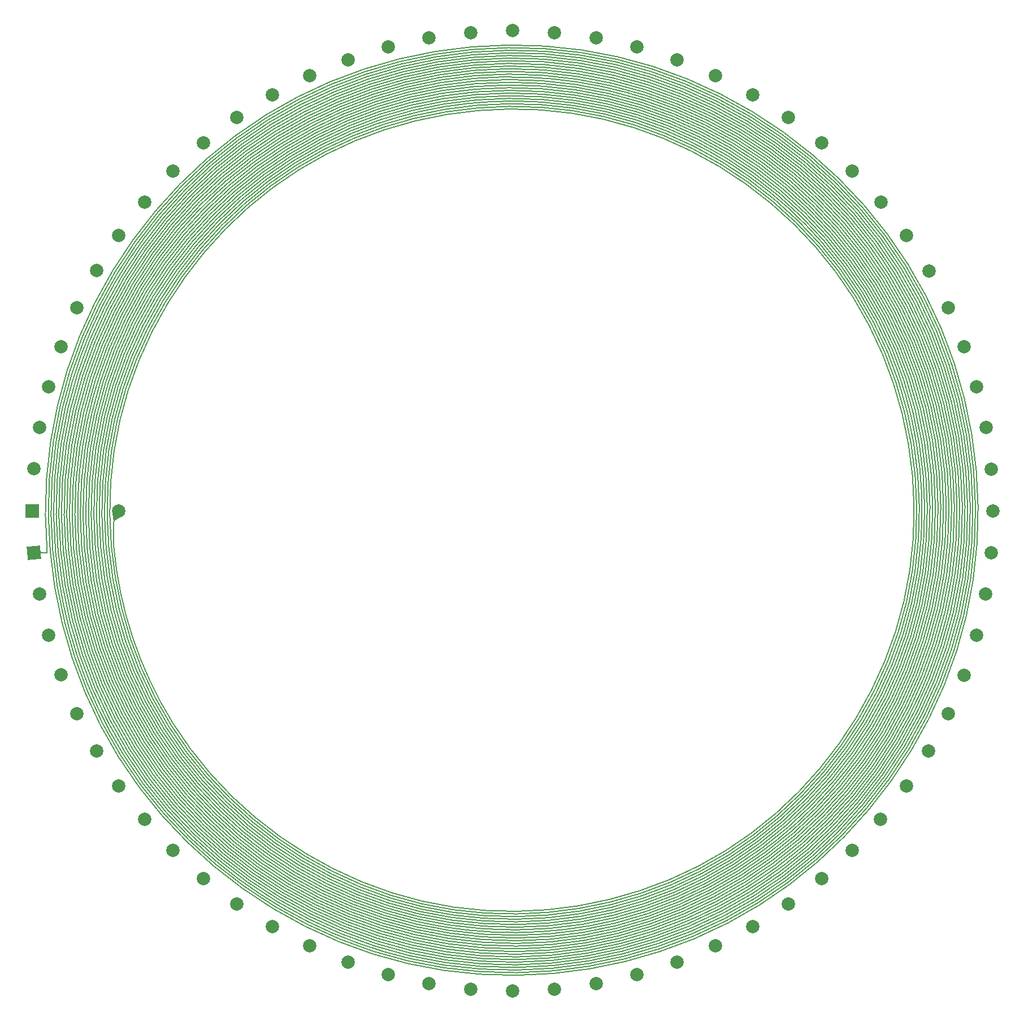
<source format=gbl>
G04*
G04 #@! TF.GenerationSoftware,Altium Limited,Altium Designer,19.1.6 (110)*
G04*
G04 Layer_Physical_Order=2*
G04 Layer_Color=16711680*
%FSLAX25Y25*%
%MOIN*%
G70*
G01*
G75*
%ADD14C,0.00787*%
%ADD15C,0.00800*%
%ADD16C,0.07874*%
%ADD17P,0.11136X4X50.0*%
%ADD18R,0.07874X0.07874*%
G36*
X-277613Y-25083D02*
X-277767Y-25087D01*
X-277904Y-25099D01*
X-278024Y-25119D01*
X-278127Y-25148D01*
X-278213Y-25184D01*
X-278282Y-25228D01*
X-278335Y-25280D01*
X-278370Y-25340D01*
X-278388Y-25408D01*
X-278390Y-25484D01*
X-278530Y-23884D01*
X-278515Y-23960D01*
X-278485Y-24028D01*
X-278439Y-24088D01*
X-278378Y-24140D01*
X-278301Y-24184D01*
X-278208Y-24219D01*
X-278100Y-24247D01*
X-277977Y-24267D01*
X-277837Y-24279D01*
X-277683Y-24283D01*
X-277613Y-25083D01*
D02*
G37*
G36*
X-235540Y-5244D02*
X-235535Y-5139D01*
X-235545Y-4954D01*
X-235611Y-4348D01*
X-236170Y-628D01*
X-230600Y-3559D01*
X-234810Y-5723D01*
X-235540Y-5244D01*
D02*
G37*
D14*
X-268448Y61976D02*
G03*
X-274542Y-24019I269275J-62295D01*
G01*
X-235322Y-20588D02*
G03*
X-200426Y-125240I236579J20742D01*
G01*
X-265028Y-23168D02*
G03*
X-258049Y-64325I268207J24310D01*
G01*
X-266563Y-23299D02*
G03*
X-259561Y-64708I271126J24547D01*
G01*
X-268098Y-23433D02*
G03*
X-261080Y-65093I273760J24694D01*
G01*
X-257284Y-22510D02*
G03*
X-250553Y-62452I250405J21658D01*
G01*
X-258851Y-22646D02*
G03*
X-252049Y-62822I254270J22385D01*
G01*
X-260407Y-22778D02*
G03*
X-253545Y-63194I258025J23017D01*
G01*
X-249318Y-21834D02*
G03*
X-242990Y-60585I245443J20186D01*
G01*
X-250919Y-21971D02*
G03*
X-244522Y-60966I244704J20119D01*
G01*
X-252518Y-22106D02*
G03*
X-246041Y-61342I244123J20145D01*
G01*
X237841Y-16651D02*
G03*
X237454Y20767I-241964J16209D01*
G01*
X239381Y-16759D02*
G03*
X239015Y20910I-244495J16456D01*
G01*
X247151Y-17281D02*
G03*
X246921Y21624I-252699J17961D01*
G01*
X255085Y-17815D02*
G03*
X254910Y22308I-253411J18957D01*
G01*
X256686Y-17928D02*
G03*
X256495Y22442I-252808J18988D01*
G01*
X263083Y-18392D02*
G03*
X262723Y22973I-253678J18478D01*
G01*
X264667Y-18507D02*
G03*
X264261Y23103I-257209J18297D01*
G01*
X270885Y-18957D02*
G03*
X270406Y23638I-272336J18239D01*
G01*
X272422Y-19069D02*
G03*
X271952Y23778I-275607J18402D01*
G01*
X-273189Y19124D02*
G03*
X-272727Y-23848I277141J-18504D01*
G01*
X-265454Y18562D02*
G03*
X-265028Y-23168I259209J-18222D01*
G01*
X-267019Y18674D02*
G03*
X-266563Y-23299I263173J-18131D01*
G01*
X-257488Y17985D02*
G03*
X-257284Y-22510I252437J-18976D01*
G01*
X-259091Y18100D02*
G03*
X-258851Y-22646I251610J-18895D01*
G01*
X-260691Y18217D02*
G03*
X-260407Y-22778I251266J-18753D01*
G01*
X-237071Y16596D02*
G03*
X-236676Y-20696I240600J-16100D01*
G01*
X239015Y20910D02*
G03*
X232892Y58088I-244651J-21195D01*
G01*
X246921Y21624D02*
G03*
X240673Y60014I-246201J-20368D01*
G01*
X248518Y21764D02*
G03*
X242220Y60395I-245746J-20237D01*
G01*
X253317Y22173D02*
G03*
X246797Y61528I-244172J-20231D01*
G01*
X256495Y22442D02*
G03*
X249804Y62268I-248542J-21282D01*
G01*
X262723Y22973D02*
G03*
X255792Y63756I-263353J-23775D01*
G01*
X264261Y23103D02*
G03*
X257296Y64134I-266648J-24156D01*
G01*
X268866Y23501D02*
G03*
X261842Y65287I-274963J-24736D01*
G01*
X-241698Y16918D02*
G03*
X-235224Y-58670I247370J-16887D01*
G01*
X-243248Y17023D02*
G03*
X-236782Y-59056I248459J-17199D01*
G01*
X-244804Y17127D02*
G03*
X-238340Y-59440I249244J-17516D01*
G01*
X245584Y-17178D02*
G03*
X239119Y59632I-249525J17674D01*
G01*
X261490Y-18276D02*
G03*
X254293Y63380I-255369J18638D01*
G01*
X-255704Y-22375D02*
G03*
X-249055Y-62083I246878J20928D01*
G01*
X-263492Y-23038D02*
G03*
X-256543Y-63945I265029J23978D01*
G01*
X-261080Y-65093D02*
G03*
X-247774Y-105199I267227J66403D01*
G01*
X-271178Y-23708D02*
G03*
X-250732Y-106454I277214J24600D01*
G01*
X-272727Y-23848D02*
G03*
X-252214Y-107079I278094J24394D01*
G01*
X-257580Y59444D02*
G03*
X-263876Y18450I253798J-59959D01*
G01*
X-259147Y59808D02*
G03*
X-265454Y18562I252987J-59794D01*
G01*
X-260712Y60174D02*
G03*
X-267019Y18674I252186J-59553D01*
G01*
X-263831Y60905D02*
G03*
X-270115Y18900I254083J-59488D01*
G01*
X-265379Y61266D02*
G03*
X-271654Y19013I257509J-59836D01*
G01*
X-266915Y61623D02*
G03*
X-273189Y19124I261535J-60325D01*
G01*
X-229792Y-143595D02*
G03*
X-204511Y-177762I222006J137832D01*
G01*
X-231141Y-144434D02*
G03*
X-205678Y-178770I224784J140084D01*
G01*
X-232478Y-145268D02*
G03*
X-206842Y-179777I227991J142585D01*
G01*
X-236676Y-20696D02*
G03*
X-218888Y-92930I241280J21110D01*
G01*
X-238233Y-20838D02*
G03*
X-220365Y-93552I241945J20903D01*
G01*
X-239797Y-20981D02*
G03*
X-233669Y-58282I245127J21124D01*
G01*
Y-58282D02*
G03*
X-221838Y-94172I232913J56880D01*
G01*
X-235224Y-58670D02*
G03*
X-223305Y-94790I232512J56697D01*
G01*
X-236782Y-59056D02*
G03*
X-224763Y-95406I231918J56524D01*
G01*
X-238340Y-59440D02*
G03*
X-226208Y-96018I231265J56405D01*
G01*
X-246124Y-21554D02*
G03*
X-239896Y-59823I246344J20444D01*
G01*
X-247719Y-21695D02*
G03*
X-241447Y-60205I246000J20298D01*
G01*
Y-60205D02*
G03*
X-229074Y-97225I232806J57232D01*
G01*
X-242990Y-60585D02*
G03*
X-230499Y-97824I235798J58382D01*
G01*
X-244522Y-60966D02*
G03*
X-231920Y-98424I239410J59694D01*
G01*
X-231623Y53475D02*
G03*
X-237071Y16596I227122J-52393D01*
G01*
X-233146Y53829D02*
G03*
X-238611Y16705I230730J-52926D01*
G01*
X-236168Y54537D02*
G03*
X-241698Y16918I237443J-54116D01*
G01*
X-237672Y54888D02*
G03*
X-243248Y17023I240486J-54753D01*
G01*
X-227667Y91985D02*
G03*
X-239175Y55238I224031J-90333D01*
G01*
Y55238D02*
G03*
X-244804Y17127I243283J-55403D01*
G01*
X-229112Y92573D02*
G03*
X-240679Y55586I227516J-91448D01*
G01*
Y55586D02*
G03*
X-246367Y17230I245811J-56053D01*
G01*
X-242185Y55933D02*
G03*
X-247937Y17333I248050J-56691D01*
G01*
X-231981Y93742D02*
G03*
X-243695Y56279I233921J-93708D01*
G01*
X-233410Y94324D02*
G03*
X-245212Y56624I236781J-94820D01*
G01*
X-234839Y94903D02*
G03*
X-246734Y56970I239381J-95900D01*
G01*
X-236269Y95482D02*
G03*
X-248264Y57316I241700J-96931D01*
G01*
X-201761Y-126074D02*
G03*
X-179515Y-156026I198017J123831D01*
G01*
X-203088Y-126899D02*
G03*
X-180681Y-157037I200936J125989D01*
G01*
X-205724Y-128535D02*
G03*
X-183015Y-159070I206497J129854D01*
G01*
X-207035Y-129350D02*
G03*
X-184186Y-160093I209080J131533D01*
G01*
X-199785Y-173672D02*
G03*
X-170152Y-202755I193845J167878D01*
G01*
X-200978Y-174708D02*
G03*
X-171145Y-203933I196518J170770D01*
G01*
X-202163Y-175734D02*
G03*
X-172137Y-205111I199251J173618D01*
G01*
X-206269Y123914D02*
G03*
X-223268Y90198I204956J-124483D01*
G01*
X-207643Y124740D02*
G03*
X-224743Y90799I204561J-124347D01*
G01*
X-209017Y125568D02*
G03*
X-226211Y91395I204033J-124067D01*
G01*
X183643Y-154098D02*
G03*
X205582Y-123503I-187901J157903D01*
G01*
X184853Y-155104D02*
G03*
X206955Y-124327I-188444J158653D01*
G01*
X211077Y-126813D02*
G03*
X228391Y-92279I-203335J123551D01*
G01*
X213811Y-128467D02*
G03*
X231266Y-93451I-206067J124576D01*
G01*
X215169Y-129286D02*
G03*
X232696Y-94033I-209305J126046D01*
G01*
X216516Y-130097D02*
G03*
X234124Y-94614I-212795J127704D01*
G01*
X217853Y-130904D02*
G03*
X235554Y-95193I-216144J129376D01*
G01*
X220503Y-132509D02*
G03*
X238422Y-96348I-222271J132666D01*
G01*
X218149Y92618D02*
G03*
X201094Y125658I-213582J-89324D01*
G01*
X219626Y93241D02*
G03*
X202425Y126487I-213050J-89156D01*
G01*
X209000Y130573D02*
G03*
X185948Y161636I-212631J-133704D01*
G01*
X210309Y131392D02*
G03*
X187130Y162672I-214747J-134910D01*
G01*
X215580Y134706D02*
G03*
X191912Y166855I-220815J-137782D01*
G01*
X216911Y135546D02*
G03*
X193120Y167907I-221676J-138038D01*
G01*
X236301Y-16541D02*
G03*
X235899Y20626I-239173J16002D01*
G01*
X236920Y-54713D02*
G03*
X242472Y-16971I-238994J54432D01*
G01*
X238424Y-55063D02*
G03*
X244025Y-17075I-241917J55077D01*
G01*
X239927Y-55412D02*
G03*
X245584Y-17178I-244582J55728D01*
G01*
X241431Y-55760D02*
G03*
X247151Y-17281I-246967J56374D01*
G01*
X242939Y-56106D02*
G03*
X248518Y21764I-248761J56957D01*
G01*
X244453Y-56451D02*
G03*
X250118Y21902I-249816J57445D01*
G01*
X245972Y-56797D02*
G03*
X251719Y22039I-250560J57891D01*
G01*
X247498Y-57143D02*
G03*
X253317Y22173I-251004J58284D01*
G01*
X249032Y-57490D02*
G03*
X255085Y-17815I-254275J59091D01*
G01*
X258289Y-18042D02*
G03*
X258069Y22578I-252023J18945D01*
G01*
X259892Y-18159D02*
G03*
X259630Y22712I-251316J18830D01*
G01*
X255234Y-58902D02*
G03*
X261490Y-18276I-254669J60011D01*
G01*
X236003Y58863D02*
G03*
X224035Y95098I-232237J-56608D01*
G01*
X237561Y59248D02*
G03*
X225487Y95713I-231566J-56448D01*
G01*
X239119Y59632D02*
G03*
X226927Y96321I-231131J-56431D01*
G01*
X242220Y60395D02*
G03*
X229787Y97525I-234170J-57766D01*
G01*
X243758Y60776D02*
G03*
X231210Y98124I-237583J-59039D01*
G01*
X245283Y61155D02*
G03*
X232630Y98724I-241219J-60323D01*
G01*
X246797Y61528D02*
G03*
X234050Y99326I-244754J-61494D01*
G01*
X249804Y62268D02*
G03*
X236897Y100538I-251370J-63469D01*
G01*
X251301Y62637D02*
G03*
X238326Y101150I-254383J-64263D01*
G01*
X252797Y63007D02*
G03*
X239760Y101765I-257159J-64928D01*
G01*
X254293Y63380D02*
G03*
X241201Y102384I-259672J-65462D01*
G01*
X241201D02*
G03*
X222298Y138934I-246842J-104502D01*
G01*
X248512Y105513D02*
G03*
X229114Y143175I-247788J-103797D01*
G01*
X249991Y106140D02*
G03*
X230468Y144015I-247189J-103449D01*
G01*
X251473Y106766D02*
G03*
X231811Y144852I-246380J-103081D01*
G01*
X252956Y107391D02*
G03*
X233142Y145681I-245526J-102777D01*
G01*
X266238Y-18618D02*
G03*
X265796Y23233I-261207J18166D01*
G01*
X267796Y-18730D02*
G03*
X267330Y23366I-265100J18115D01*
G01*
X273957Y-19179D02*
G03*
X273504Y23920I-278604J18620D01*
G01*
X-254285Y17759D02*
G03*
X-254114Y-22241I253633J-18916D01*
G01*
X-263876Y18450D02*
G03*
X-263492Y-23038I255324J-18384D01*
G01*
X-262274Y60540D02*
G03*
X-268098Y-23433I255777J-59927D01*
G01*
X-270115Y18900D02*
G03*
X-269636Y-23569I270607J-18182D01*
G01*
X-271654Y19013D02*
G03*
X-271178Y-23708I274004J-18313D01*
G01*
X-226208Y-96018D02*
G03*
X-208345Y-130165I222701J94755D01*
G01*
X-239896Y-59823D02*
G03*
X-209654Y-130982I234233J57541D01*
G01*
X-229074Y-97225D02*
G03*
X-210965Y-131803I229062J97936D01*
G01*
X-230499Y-97824D02*
G03*
X-212278Y-132627I232030J99309D01*
G01*
X-231920Y-98424D02*
G03*
X-213595Y-133455I234815J100525D01*
G01*
X-233340Y-99024D02*
G03*
X-214917Y-134288I237389J101579D01*
G01*
X-234761Y-99627D02*
G03*
X-216244Y-135126I239727J102469D01*
G01*
X-238611Y16705D02*
G03*
X-238233Y-20838I243264J-16328D01*
G01*
X-240152Y16813D02*
G03*
X-239797Y-20981I245656J-16592D01*
G01*
X-246367Y17230D02*
G03*
X-246124Y-21554I252228J-17812D01*
G01*
X-247937Y17333D02*
G03*
X-247719Y-21695I253092J-18105D01*
G01*
X-202460Y169903D02*
G03*
X-226453Y136089I204032J-170190D01*
G01*
X-203638Y170897D02*
G03*
X-227786Y136884I206544J-172215D01*
G01*
X-204816Y171889D02*
G03*
X-229125Y137682I208808J-174128D01*
G01*
X-205996Y172880D02*
G03*
X-230471Y138483I210808J-175905D01*
G01*
X178932Y155520D02*
G03*
X152346Y181540I-180708J-158046D01*
G01*
X180098Y156531D02*
G03*
X153346Y182740I-182810J-159847D01*
G01*
X181264Y157544D02*
G03*
X154349Y183945I-184754J-161434D01*
G01*
X219559Y-88688D02*
G03*
X230857Y-53297I-214262J87895D01*
G01*
X221045Y-89293D02*
G03*
X232386Y-53652I-213728J87633D01*
G01*
X239865Y-96926D02*
G03*
X258289Y-18042I-244903J98795D01*
G01*
X241313Y-97505D02*
G03*
X259892Y-18159I-245437J99315D01*
G01*
X242769Y-98086D02*
G03*
X255234Y-58902I-248344J100578D01*
G01*
X250147Y-101041D02*
G03*
X263053Y-60723I-248678J101830D01*
G01*
X251637Y-101643D02*
G03*
X264606Y-61086I-248032J101669D01*
G01*
X253127Y-102247D02*
G03*
X266149Y-61445I-247218J101374D01*
G01*
X254617Y-102854D02*
G03*
X267678Y-61800I-246365J100983D01*
G01*
X250118Y21902D02*
G03*
X243758Y60776I-245093J-20146D01*
G01*
X251719Y22039D02*
G03*
X245283Y61155I-244340J-20113D01*
G01*
X254910Y22308D02*
G03*
X235472Y99930I-250114J-21387D01*
G01*
X258069Y22578D02*
G03*
X251301Y62637I-252345J-22032D01*
G01*
X259630Y22712D02*
G03*
X252797Y63007I-256165J-22714D01*
G01*
X265796Y23233D02*
G03*
X258804Y64516I-269700J-24440D01*
G01*
X267330Y23366D02*
G03*
X260320Y64900I-272480J-24631D01*
G01*
X-262288Y18334D02*
G03*
X-255043Y-63568I257011J-18536D01*
G01*
X242472Y-16971D02*
G03*
X236003Y58863I-247953J17042D01*
G01*
X244025Y-17075D02*
G03*
X237561Y59248I-248889J17358D01*
G01*
X-19152Y-273573D02*
G03*
X23884Y-273115I18561J277882D01*
G01*
X-18590Y-265846D02*
G03*
X23201Y-265412I18192J260212D01*
G01*
D02*
G03*
X64420Y-258427I-24378J268962D01*
G01*
X-18702Y-267408D02*
G03*
X23333Y-266946I18120J264141D01*
G01*
X23333D02*
G03*
X64804Y-259940I-24592J271812D01*
G01*
X-18013Y-257889D02*
G03*
X22544Y-257677I18963J252235D01*
G01*
D02*
G03*
X62545Y-250927I-21847J251373D01*
G01*
X-18129Y-259491D02*
G03*
X22679Y-259241I18865J251440D01*
G01*
Y-259241D02*
G03*
X62915Y-252423I-22553J255221D01*
G01*
X21868Y-249718D02*
G03*
X60681Y-243374I-20165J245273D01*
G01*
X22005Y-251319D02*
G03*
X61061Y-244903I-20112J244512D01*
G01*
X-16839Y-240538D02*
G03*
X21017Y-240190I16663J246210D01*
G01*
D02*
G03*
X58379Y-234057I-21085J245337D01*
G01*
X-16945Y-242085D02*
G03*
X58766Y-235614I16964J247671D01*
G01*
X-17049Y-243636D02*
G03*
X59152Y-237172I17278J248684D01*
G01*
X-16513Y-235916D02*
G03*
X20591Y-235511I15957J238437D01*
G01*
X16678Y238226D02*
G03*
X-20803Y237843I-16267J-242622D01*
G01*
X16786Y239767D02*
G03*
X-20946Y239406I-16524J-245084D01*
G01*
D02*
G03*
X-58185Y233280I21160J-244898D01*
G01*
X17204Y245975D02*
G03*
X-59728Y239508I-17751J-249639D01*
G01*
X17307Y247543D02*
G03*
X-21660Y247320I-18034J-252905D01*
G01*
D02*
G03*
X-60110Y241060I20332J-246108D01*
G01*
X17732Y253886D02*
G03*
X-22207Y253716I-18890J-253723D01*
G01*
X-22341Y255307D02*
G03*
X-61991Y248679I20768J-246156D01*
G01*
X17956Y257087D02*
G03*
X-22476Y256890I-18985J-252628D01*
G01*
X-22476Y256890D02*
G03*
X-62360Y250179I21468J-249457D01*
G01*
X18305Y261889D02*
G03*
X-63474Y254668I-18587J-256176D01*
G01*
X18421Y263480D02*
G03*
X-23005Y263108I-18430J-254463D01*
G01*
Y263108D02*
G03*
X-63850Y256168I23880J-264198D01*
G01*
X18535Y265061D02*
G03*
X-23135Y264645I-18258J-258203D01*
G01*
Y264645D02*
G03*
X-64230Y257672I24236J-267435D01*
G01*
X-23535Y269251D02*
G03*
X-65384Y262224I24749J-275535D01*
G01*
X18985Y271270D02*
G03*
X-23673Y270792I-18274J-273178D01*
G01*
X19096Y272806D02*
G03*
X-23813Y272339I-18451J-276383D01*
G01*
X-102096Y-252755D02*
G03*
X-61356Y-265764I101460J247435D01*
G01*
X-102702Y-254245D02*
G03*
X-61711Y-267297I101078J246550D01*
G01*
X-90949Y-225111D02*
G03*
X-54625Y-236544I88500J217747D01*
G01*
X-91543Y-226576D02*
G03*
X-54976Y-238048I89516J221319D01*
G01*
X-92132Y-228029D02*
G03*
X-55325Y-239551I90610J224917D01*
G01*
X-93305Y-230908D02*
G03*
X-56019Y-242562I92861J231618D01*
G01*
X-93888Y-232338D02*
G03*
X-56365Y-244074I93988J234659D01*
G01*
X-94469Y-233767D02*
G03*
X-56710Y-245592I95094J237456D01*
G01*
X-95048Y-235196D02*
G03*
X-57056Y-247116I96163J239988D01*
G01*
X-133903Y-222813D02*
G03*
X-97360Y-240951I135378J226869D01*
G01*
X-134698Y-224133D02*
G03*
X-97941Y-242405I136815J229130D01*
G01*
X-135493Y-225457D02*
G03*
X-98524Y-243866I138145J231104D01*
G01*
X-138684Y-230808D02*
G03*
X-100891Y-249775I142089J235992D01*
G01*
X-162020Y-193115D02*
G03*
X-129895Y-216181I158739J187186D01*
G01*
X-163055Y-194342D02*
G03*
X-130703Y-217520I158353J186865D01*
G01*
X-165117Y-196783D02*
G03*
X-132309Y-220173I159987J189704D01*
G01*
X-166137Y-197995D02*
G03*
X-133107Y-221493I162023J192786D01*
G01*
X-162931Y187426D02*
G03*
X-190351Y159695I166121J-191676D01*
G01*
X-94636Y222939D02*
G03*
X-128331Y205395I90782J-215486D01*
G01*
X-95252Y224399D02*
G03*
X-129146Y206708I92508J-218539D01*
G01*
X-95866Y225848D02*
G03*
X-129961Y208018I94320J-221876D01*
G01*
X-96473Y227286D02*
G03*
X-130778Y209327I96012J-225141D01*
G01*
X-97675Y230143D02*
G03*
X-132421Y211949I98980J-231304D01*
G01*
X-139147Y222638D02*
G03*
X-172371Y198278I137514J-222395D01*
G01*
X-139997Y224000D02*
G03*
X-173413Y199485I137119J-221932D01*
G01*
X-140847Y225364D02*
G03*
X-174450Y200681I136667J-221265D01*
G01*
X-105042Y247405D02*
G03*
X-142542Y228094I104031J-248082D01*
G01*
X-105670Y248881D02*
G03*
X-143385Y229453I103713J-247659D01*
G01*
X-106297Y250361D02*
G03*
X-144225Y230805I103358J-247006D01*
G01*
X-106923Y251844D02*
G03*
X-145060Y232145I102988J-246149D01*
G01*
X-107547Y253326D02*
G03*
X-145887Y233473I102753J-245392D01*
G01*
X-17152Y-245194D02*
G03*
X59536Y-238730I17595J249394D01*
G01*
X-17256Y-246758D02*
G03*
X21589Y-246522I17887J252473D01*
G01*
D02*
G03*
X59919Y-240285I-20405J246280D01*
G01*
X22140Y-252918D02*
G03*
X61435Y-246420I-20180J244107D01*
G01*
X-17787Y-254685D02*
G03*
X22274Y-254512I18939J253529D01*
G01*
X-17899Y-256286D02*
G03*
X22408Y-256100I18987J252978D01*
G01*
X22408Y-256100D02*
G03*
X62176Y-249430I-21101J247678D01*
G01*
X-18247Y-261091D02*
G03*
X63287Y-253919I18687J254595D01*
G01*
X-18363Y-262686D02*
G03*
X22941Y-262338I18526J252983D01*
G01*
X22941Y-262338D02*
G03*
X63662Y-255417I-23665J262495D01*
G01*
X-18478Y-264272D02*
G03*
X23070Y-263877I18339J256244D01*
G01*
X23070D02*
G03*
X64039Y-256919I-24070J265846D01*
G01*
X23467Y-268482D02*
G03*
X65190Y-261461I-24717J274372D01*
G01*
X-18928Y-270500D02*
G03*
X23604Y-270021I18208J271479D01*
G01*
X-19041Y-272038D02*
G03*
X23743Y-271565I18355J274814D01*
G01*
X-53209Y-230472D02*
G03*
X-16513Y-235916I52029J224341D01*
G01*
X-53563Y-232005D02*
G03*
X-16623Y-237456I52522J228037D01*
G01*
X-16623Y-237456D02*
G03*
X20732Y-237064I16153J241290D01*
G01*
X-16732Y-238996D02*
G03*
X20874Y-238624I16391J243888D01*
G01*
X16568Y236686D02*
G03*
X-20661Y236287I-16049J-239894D01*
G01*
X-20661Y236287D02*
G03*
X-92774Y218518I21156J-241069D01*
G01*
X16997Y242860D02*
G03*
X-58959Y236393I-17120J-248216D01*
G01*
X17101Y244414D02*
G03*
X-59344Y237951I-17437J-249076D01*
G01*
X-21799Y248918D02*
G03*
X-60490Y242606I20210J-245601D01*
G01*
X-21937Y250518D02*
G03*
X-60871Y244140I20131J-244902D01*
G01*
X-22072Y252118D02*
G03*
X-61249Y245662I20124J-244206D01*
G01*
X18071Y258690D02*
G03*
X-22612Y258461I-18923J-251810D01*
G01*
X-22612Y258461D02*
G03*
X-62729Y251675I22212J-253311D01*
G01*
X18188Y260292D02*
G03*
X-22745Y260019I-18793J-251253D01*
G01*
D02*
G03*
X-63100Y253171I22868J-257100D01*
G01*
X18646Y266629D02*
G03*
X-23266Y266179I-18146J-262194D01*
G01*
D02*
G03*
X-64612Y259183I24497J-270422D01*
G01*
X18758Y268184D02*
G03*
X-23400Y267714I-18114J-266048D01*
G01*
Y267714D02*
G03*
X-64997Y260700I24665J-273130D01*
G01*
X19206Y274341D02*
G03*
X-23955Y273893I-18683J-279308D01*
G01*
X106610Y-251103D02*
G03*
X144643Y-231476I-103174J246600D01*
G01*
X107235Y-252585D02*
G03*
X145475Y-232810I-102830J245707D01*
G01*
X92462Y-217779D02*
G03*
X125449Y-200760I-89385J213729D01*
G01*
X93085Y-219257D02*
G03*
X126280Y-202093I-89175J213149D01*
G01*
X93707Y-220733D02*
G03*
X127104Y-203419I-89281J213073D01*
G01*
X94944Y-223671D02*
G03*
X128739Y-206052I-91607J216930D01*
G01*
X95560Y-225125D02*
G03*
X129553Y-207363I-93426J220212D01*
G01*
X96170Y-226568D02*
G03*
X130369Y-208672I-95182J223520D01*
G01*
X97375Y-229431D02*
G03*
X132008Y-211293I-98293J229819D01*
G01*
X97974Y-230854D02*
G03*
X132834Y-212607I-99628J232745D01*
G01*
X98574Y-232275D02*
G03*
X133663Y-213925I-100804J235479D01*
G01*
X138721Y-221958D02*
G03*
X171848Y-197673I-137684J222544D01*
G01*
X140422Y-224682D02*
G03*
X173932Y-200084I-136898J221622D01*
G01*
X141272Y-226047D02*
G03*
X174966Y-201275I-136433J220869D01*
G01*
X142119Y-227412D02*
G03*
X175989Y-202457I-136174J220283D01*
G01*
X167644Y-192818D02*
G03*
X195870Y-164346I-165833J192630D01*
G01*
X159437Y190044D02*
G03*
X127848Y212789I-159669J-188448D01*
G01*
X160468Y191272D02*
G03*
X128672Y214151I-159418J-188019D01*
G01*
X161503Y192501D02*
G03*
X129489Y215507I-159001J-187480D01*
G01*
X162538Y193729D02*
G03*
X130299Y216851I-158498J-186948D01*
G01*
X88839Y219931D02*
G03*
X53386Y231240I-87831J-214112D01*
G01*
X89444Y221416D02*
G03*
X53741Y232766I-87582J-213668D01*
G01*
X90649Y224375D02*
G03*
X54449Y235792I-88083J-216202D01*
G01*
X91247Y225845D02*
G03*
X54800Y237296I-88988J-219490D01*
G01*
X91837Y227304D02*
G03*
X55151Y238799I-90059J-223135D01*
G01*
X92426Y228752D02*
G03*
X55499Y240302I-91168J-226660D01*
G01*
X93597Y231623D02*
G03*
X56192Y243317I-93426J-233168D01*
G01*
X131908Y219512D02*
G03*
X95915Y237345I-131448J-220073D01*
G01*
X132708Y220833D02*
G03*
X96492Y238782I-133066J-222975D01*
G01*
X133505Y222153D02*
G03*
X97070Y240226I-134626J-225636D01*
G01*
X134301Y223472D02*
G03*
X97650Y241677I-136109J-228035D01*
G01*
X135095Y224795D02*
G03*
X98232Y243134I-137494J-230154D01*
G01*
X101191Y250519D02*
G03*
X60814Y263442I-101802J-248534D01*
G01*
X101794Y252009D02*
G03*
X61177Y264993I-101608J-247843D01*
G01*
X102399Y253500D02*
G03*
X61534Y266532I-101279J-246992D01*
G01*
X103006Y254989D02*
G03*
X61888Y268058I-100898J-246224D01*
G01*
X-216244Y-135126D02*
G03*
X-192516Y-167381I221279J137932D01*
G01*
X-222978Y-139359D02*
G03*
X-198581Y-172632I222300J137422D01*
G01*
X-224341Y-140210D02*
G03*
X-199785Y-173672I221783J137010D01*
G01*
X-225706Y-141060D02*
G03*
X-200978Y-174708I221070J136549D01*
G01*
X-227071Y-141908D02*
G03*
X-202163Y-175734I220370J136189D01*
G01*
X-246041Y-61342D02*
G03*
X-233340Y-99024I243002J60923D01*
G01*
X-254114Y-22241D02*
G03*
X-234761Y-99627I248503J21033D01*
G01*
X-249055Y-62083D02*
G03*
X-236184Y-100234I249784J63023D01*
G01*
X-250553Y-62452D02*
G03*
X-237611Y-100843I252905J63882D01*
G01*
X-252049Y-62822D02*
G03*
X-239042Y-101457I255803J64612D01*
G01*
X-253545Y-63194D02*
G03*
X-240480Y-102074I258450J65211D01*
G01*
X-255043Y-63568D02*
G03*
X-241925Y-102695I260822J65682D01*
G01*
X-220302Y88990D02*
G03*
X-231623Y53475I213964J-87762D01*
G01*
X-221787Y89595D02*
G03*
X-233146Y53829I213665J-87547D01*
G01*
X-223268Y90198D02*
G03*
X-240152Y16813I218276J-88855D01*
G01*
X-224743Y90799D02*
G03*
X-236168Y54537I216943J-88281D01*
G01*
X-226211Y91395D02*
G03*
X-237672Y54888I220401J-89249D01*
G01*
X-215844Y129692D02*
G03*
X-233410Y94324I211062J-126871D01*
G01*
X-217186Y130501D02*
G03*
X-234839Y94903I214490J-128540D01*
G01*
X-248264Y57316D02*
G03*
X-254285Y17759I253899J-58882D01*
G01*
X-219843Y132109D02*
G03*
X-237703Y96059I220819J-131857D01*
G01*
X-221163Y132908D02*
G03*
X-239143Y96637I223663J-133462D01*
G01*
Y96637D02*
G03*
X-257488Y17985I244523J-98499D01*
G01*
X-222483Y133704D02*
G03*
X-240588Y97215I226261J-135005D01*
G01*
D02*
G03*
X-259091Y18100I245208J-99067D01*
G01*
X-223803Y134500D02*
G03*
X-242040Y97795I228591J-136465D01*
G01*
D02*
G03*
X-260691Y18217I245593J-99536D01*
G01*
X-225126Y135294D02*
G03*
X-243500Y98378I230638J-137823D01*
G01*
X-243500D02*
G03*
X-256016Y59082I248692J-100851D01*
G01*
X-256016D02*
G03*
X-262288Y18334I254430J-60020D01*
G01*
X-226453Y136089D02*
G03*
X-257580Y59444I231955J-138846D01*
G01*
X-227786Y136884D02*
G03*
X-259147Y59808I232710J-139603D01*
G01*
X-229125Y137682D02*
G03*
X-260712Y60174I233171J-140215D01*
G01*
X-249403Y100741D02*
G03*
X-262274Y60540I248927J-101858D01*
G01*
X-252382Y101945D02*
G03*
X-265379Y61266I247644J-101538D01*
G01*
X-253873Y102550D02*
G03*
X-266915Y61623I246764J-101179D01*
G01*
X-255361Y103157D02*
G03*
X-268448Y61976I247537J-101335D01*
G01*
X-95626Y-236627D02*
G03*
X-57403Y-248648I97180J242233D01*
G01*
X-97941Y-242405D02*
G03*
X-58813Y-254844I100430J248141D01*
G01*
X-98524Y-243866D02*
G03*
X-59172Y-256407I100976J248837D01*
G01*
X-100891Y-249775D02*
G03*
X-60632Y-262664I101848J248810D01*
G01*
X-151847Y-180942D02*
G03*
X-88537Y-219188I155002J185063D01*
G01*
X-179515Y-156026D02*
G03*
X-152845Y-182140I181778J158972D01*
G01*
Y-182140D02*
G03*
X-89141Y-220674I155770J185591D01*
G01*
X-180681Y-157037D02*
G03*
X-153847Y-183342I183803J160668D01*
G01*
Y-183342D02*
G03*
X-89746Y-222158I156365J185886D01*
G01*
X-181848Y-158052D02*
G03*
X-154852Y-184550I185660J162145D01*
G01*
X-154852D02*
G03*
X-124120Y-206612I158484J188330D01*
G01*
X-124120D02*
G03*
X-90349Y-223638I124463J204871D01*
G01*
X-183015Y-159070D02*
G03*
X-124946Y-207986I186993J163057D01*
G01*
X-124947D02*
G03*
X-90949Y-225111I124290J204440D01*
G01*
X-184186Y-160093D02*
G03*
X-125775Y-209361I187958J163578D01*
G01*
Y-209361D02*
G03*
X-91543Y-226576I123976J203883D01*
G01*
X-185360Y-161121D02*
G03*
X-126605Y-210734I188711J163883D01*
G01*
D02*
G03*
X-92132Y-228029I123608J203375D01*
G01*
X-186538Y-162153D02*
G03*
X-158923Y-189430I191063J165819D01*
G01*
D02*
G03*
X-127435Y-212105I159728J188612D01*
G01*
X-128261Y-213471D02*
G03*
X-93305Y-230908I124282J205395D01*
G01*
X-160985Y-191887D02*
G03*
X-129082Y-214830I159230J187761D01*
G01*
Y-214830D02*
G03*
X-93888Y-232338I125646J208440D01*
G01*
X-129895Y-216181D02*
G03*
X-94469Y-233767I127287J211933D01*
G01*
X-167149Y-199198D02*
G03*
X-133903Y-222813I164244J196021D01*
G01*
X-168154Y-200391D02*
G03*
X-134698Y-224133I166450J199102D01*
G01*
X-170152Y-202755D02*
G03*
X-136287Y-226786I170706J204682D01*
G01*
X-171145Y-203933D02*
G03*
X-137083Y-228120I172705J207134D01*
G01*
X-172137Y-205111D02*
G03*
X-137882Y-229461I174585J209333D01*
G01*
X-173128Y-206291D02*
G03*
X-138684Y-230808I176326J211266D01*
G01*
X-125866Y201428D02*
G03*
X-155773Y179223I123271J-197277D01*
G01*
D02*
G03*
X-181840Y152595I158516J-181248D01*
G01*
X-126693Y202757D02*
G03*
X-156784Y180390I125462J-200213D01*
G01*
Y180390D02*
G03*
X-183041Y153596I160264J-183312D01*
G01*
X-157798Y181556D02*
G03*
X-184247Y154600I161796J-185213D01*
G01*
X-128331Y205395D02*
G03*
X-158815Y182723I129407J-205828D01*
G01*
X-129146Y206708D02*
G03*
X-159837Y183893I131130J-208449D01*
G01*
X-129961Y208018D02*
G03*
X-160863Y185066I132672J-210908D01*
G01*
X-130778Y209327D02*
G03*
X-161895Y186243I134024J-213180D01*
G01*
X-131597Y210637D02*
G03*
X-162931Y187426I135181J-215242D01*
G01*
X-132421Y211949D02*
G03*
X-191580Y160727I135799J-216614D01*
G01*
X-98274Y231565D02*
G03*
X-133248Y213265I100236J-234137D01*
G01*
X-133248D02*
G03*
X-192808Y161761I136127J-217611D01*
G01*
X-98874Y232985D02*
G03*
X-134080Y214586I101331J-236767D01*
G01*
X-134080Y214586D02*
G03*
X-194035Y162796I136271J-218359D01*
G01*
X-99476Y234406D02*
G03*
X-134916Y215912I102262J-239166D01*
G01*
D02*
G03*
X-167118Y192213I137862J-221055D01*
G01*
X-167118Y192213D02*
G03*
X-195259Y163830I166012J-192745D01*
G01*
X-100082Y235828D02*
G03*
X-196479Y164860I101938J-239418D01*
G01*
X-100691Y237253D02*
G03*
X-169223Y194637I103234J-242422D01*
G01*
Y194637D02*
G03*
X-197693Y165883I165147J-191990D01*
G01*
X-101303Y238684D02*
G03*
X-170275Y195852I103334J-243344D01*
G01*
Y195852D02*
G03*
X-198899Y166896I164613J-191355D01*
G01*
X-101919Y240120D02*
G03*
X-171324Y197066I103293J-243983D01*
G01*
X-171324D02*
G03*
X-200093Y167903I164385J-190934D01*
G01*
X-102539Y241563D02*
G03*
X-139147Y222638I104529J-247061D01*
G01*
X-173413Y199485D02*
G03*
X-202460Y169903I167215J-193246D01*
G01*
X-174450Y200681D02*
G03*
X-203638Y170897I170035J-195830D01*
G01*
X-141696Y226730D02*
G03*
X-175479Y201867I136243J-220506D01*
G01*
D02*
G03*
X-204816Y171889I172921J-198571D01*
G01*
X-142542Y228094D02*
G03*
X-205996Y172880I138239J-222938D01*
G01*
X-143385Y229453D02*
G03*
X-177510Y204219I137381J-221471D01*
G01*
X-177510D02*
G03*
X-207179Y173871I178188J-203884D01*
G01*
X-144225Y230805D02*
G03*
X-178518Y205387I139473J-224018D01*
G01*
X-178518D02*
G03*
X-208367Y174864I180524J-206394D01*
G01*
X-145060Y232145D02*
G03*
X-179525Y206552I141968J-227187D01*
G01*
X-179525Y206552D02*
G03*
X-209561Y175859I182636J-208768D01*
G01*
X-145887Y233473D02*
G03*
X-180534Y207715I144380J-230375D01*
G01*
X-180534D02*
G03*
X-210761Y176857I184511J-210977D01*
G01*
X99175Y-233695D02*
G03*
X134497Y-215248I-101817J237996D01*
G01*
X99779Y-235117D02*
G03*
X135336Y-216577I-102665J240272D01*
G01*
X102229Y-240841D02*
G03*
X138721Y-221958I-104468J246603D01*
G01*
X105356Y-248143D02*
G03*
X142964Y-228774I-103878J247901D01*
G01*
X105983Y-249621D02*
G03*
X143805Y-230130I-103539J247360D01*
G01*
X125449Y-200760D02*
G03*
X155268Y-178640I-122130J195793D01*
G01*
X155268D02*
G03*
X181241Y-152096I-157563J180161D01*
G01*
X126281Y-202093D02*
G03*
X156278Y-179807I-124383J198752D01*
G01*
Y-179807D02*
G03*
X182439Y-153095I-159416J182299D01*
G01*
X127104Y-203419D02*
G03*
X157291Y-180973I-126506J201654D01*
G01*
X157291D02*
G03*
X183643Y-154098I-161058J184284D01*
G01*
X158306Y-182139D02*
G03*
X184853Y-155104I-162479J186095D01*
G01*
X128739Y-206052D02*
G03*
X159326Y-183308I-130291J207157D01*
G01*
X129553Y-207363D02*
G03*
X160350Y-184479I-131924J209700D01*
G01*
X130369Y-208672D02*
G03*
X161379Y-185654I-133372J212069D01*
G01*
X131187Y-209982D02*
G03*
X162413Y-186834I-134627J214239D01*
G01*
D02*
G03*
X189737Y-159180I-165933J191282D01*
G01*
X132834Y-212607D02*
G03*
X192194Y-161244I-135987J217144D01*
G01*
X133663Y-213925D02*
G03*
X193422Y-162279I-136221J218016D01*
G01*
X152346Y181540D02*
G03*
X88839Y219931I-155407J-185357D01*
G01*
X153346Y182740D02*
G03*
X89444Y221416I-156089J-185767D01*
G01*
X154349Y183945D02*
G03*
X123708Y205925I-158108J-188058D01*
G01*
X123708D02*
G03*
X90048Y222898I-124493J-205030D01*
G01*
X125361Y208674D02*
G03*
X91247Y225845I-124150J-204176D01*
G01*
X126190Y210048D02*
G03*
X91837Y227304I-123778J-203586D01*
G01*
X127020Y211420D02*
G03*
X92426Y228752I-123521J-203356D01*
G01*
X127848Y212789D02*
G03*
X55846Y241808I-125722J-208103D01*
G01*
X128672Y214151D02*
G03*
X93597Y231623I-124905J-206808D01*
G01*
X129489Y215507D02*
G03*
X94178Y233053I-126456J-210184D01*
G01*
X94178D02*
G03*
X56538Y244832I-94545J-236090D01*
G01*
X130299Y216851D02*
G03*
X94759Y234481I-128122J-213647D01*
G01*
D02*
G03*
X56883Y246353I-95634J-238757D01*
G01*
X163572Y194954D02*
G03*
X95337Y235911I-160221J-189610D01*
G01*
Y235911D02*
G03*
X57229Y247881I-96679J-241147D01*
G01*
X164603Y196175D02*
G03*
X131908Y219512I-159196J-188460D01*
G01*
X98232Y243134D02*
G03*
X58992Y255625I-100718J-248527D01*
G01*
X135890Y226121D02*
G03*
X59353Y257189I-138635J-231719D01*
G01*
X136685Y227452D02*
G03*
X59717Y258755I-139427J-232550D01*
G01*
X137482Y228790D02*
G03*
X60082Y260321I-140076J-233083D01*
G01*
X138283Y230134D02*
G03*
X60449Y261884I-140574J-233330D01*
G01*
X139086Y231485D02*
G03*
X101191Y250519I-142402J-236266D01*
G01*
X205582Y-123503D02*
G03*
X222528Y-89897I-205094J124494D01*
G01*
X206955Y-124327D02*
G03*
X224007Y-90499I-204777J124434D01*
G01*
X208330Y-125154D02*
G03*
X225478Y-91098I-204312J124225D01*
G01*
X209704Y-125983D02*
G03*
X226940Y-91690I-203730J123877D01*
G01*
X198297Y-166391D02*
G03*
X221823Y-133306I-193606J162577D01*
G01*
D02*
G03*
X239865Y-96926I-224994J134243D01*
G01*
X199497Y-167400D02*
G03*
X223142Y-134102I-196808J164798D01*
G01*
D02*
G03*
X241313Y-97505I-227461J135747D01*
G01*
X224464Y-134897D02*
G03*
X242769Y-98086I-229651J137158D01*
G01*
X201870Y-169404D02*
G03*
X225789Y-135691I-202689J169143D01*
G01*
X203049Y-170400D02*
G03*
X227119Y-136486I-205318J171215D01*
G01*
X204227Y-171393D02*
G03*
X228455Y-137283I-207708J173187D01*
G01*
X205406Y-172385D02*
G03*
X229797Y-138082I-209842J175035D01*
G01*
X206587Y-173376D02*
G03*
X231146Y-138885I-211706J176736D01*
G01*
X231146D02*
G03*
X250147Y-101041I-236138J142251D01*
G01*
X207772Y-174367D02*
G03*
X251637Y-101643I-212975J178047D01*
G01*
X208963Y-175361D02*
G03*
X253127Y-102247I-213626J178936D01*
G01*
X210160Y-176358D02*
G03*
X254617Y-102854I-213999J179630D01*
G01*
X230857Y-53297D02*
G03*
X236301Y-16541I-225271J52147D01*
G01*
X232386Y-53652D02*
G03*
X237841Y-16651I-228944J52653D01*
G01*
X235415Y-54360D02*
G03*
X240924Y-16866I-235838J53806D01*
G01*
X258363Y-59626D02*
G03*
X264667Y-18507I-253412J59889D01*
G01*
X259929Y-59991D02*
G03*
X266238Y-18618I-252543J59675D01*
G01*
X261494Y-60357D02*
G03*
X267796Y-18730I-252044J59452D01*
G01*
X263053Y-60723D02*
G03*
X268866Y23501I-257405J60078D01*
G01*
X264606Y-61086D02*
G03*
X270885Y-18957I-255657J59637D01*
G01*
X266149Y-61445D02*
G03*
X272422Y-19069I-259511J60070D01*
G01*
X267678Y-61800D02*
G03*
X273957Y-19179I-263525J60595D01*
G01*
X201094Y125658D02*
G03*
X178932Y155520I-196536J-122704D01*
G01*
X202425Y126487D02*
G03*
X180098Y156531I-199485J-124927D01*
G01*
X232892Y58088D02*
G03*
X221102Y93862I-233033J-56970D01*
G01*
X221102D02*
G03*
X181264Y157544I-216176J-90932D01*
G01*
X222573Y94481D02*
G03*
X205066Y128127I-214856J-90415D01*
G01*
D02*
G03*
X182431Y158561I-205151J-128949D01*
G01*
X224035Y95098D02*
G03*
X206380Y128942I-217720J-92052D01*
G01*
X206380D02*
G03*
X183600Y159581I-207808J-130716D01*
G01*
X225487Y95713D02*
G03*
X207690Y129757I-221046J-93877D01*
G01*
X207690Y129757D02*
G03*
X184772Y160606I-210310J-132304D01*
G01*
X226927Y96321D02*
G03*
X209000Y130573I-224334J-95601D01*
G01*
X240673Y60014D02*
G03*
X210309Y131392I-235673J-58105D01*
G01*
X229787Y97525D02*
G03*
X211621Y132214I-230567J-98641D01*
G01*
X231210Y98124D02*
G03*
X212936Y133041I-233447J-99937D01*
G01*
X232630Y98724D02*
G03*
X214255Y133871I-236130J-101072D01*
G01*
X234050Y99326D02*
G03*
X215580Y134706I-238589J-102044D01*
G01*
X235472Y99930D02*
G03*
X216911Y135546I-240800J-102852D01*
G01*
X236897Y100538D02*
G03*
X194333Y168960I-242147J-103185D01*
G01*
X238326Y101150D02*
G03*
X195548Y170012I-243140J-103323D01*
G01*
X239760Y101765D02*
G03*
X196763Y171062I-243849J-103316D01*
G01*
X222298Y138934D02*
G03*
X197976Y172109I-222477J-137602D01*
G01*
X255792Y63756D02*
G03*
X199184Y173153I-259645J-65011D01*
G01*
X257296Y64134D02*
G03*
X225023Y140635I-262901J-65850D01*
G01*
Y140635D02*
G03*
X200383Y174191I-221450J-136784D01*
G01*
X258804Y64516D02*
G03*
X226389Y141484I-263775J-65781D01*
G01*
D02*
G03*
X201571Y175222I-220677J-136328D01*
G01*
X260320Y64900D02*
G03*
X227753Y142331I-264341J-65616D01*
G01*
X261842Y65287D02*
G03*
X248512Y105513I-267663J-66381D01*
G01*
X205095Y178266D02*
G03*
X174616Y208069I-205778J-179961D01*
G01*
X206260Y179274D02*
G03*
X175610Y209262I-208189J-182130D01*
G01*
X207424Y180281D02*
G03*
X176608Y210460I-210442J-184065D01*
G01*
X-218888Y-92930D02*
G03*
X-201761Y-126074I213279J89213D01*
G01*
X-220365Y-93552D02*
G03*
X-203088Y-126899I212999J89203D01*
G01*
X-223305Y-94790D02*
G03*
X-205724Y-128535I216181J91182D01*
G01*
X-224763Y-95406D02*
G03*
X-207035Y-129350I219374J92969D01*
G01*
X-236184Y-100234D02*
G03*
X-193726Y-168433I241545J103058D01*
G01*
X-237611Y-100843D02*
G03*
X-194940Y-169486I242679J103273D01*
G01*
X-239042Y-101457D02*
G03*
X-196156Y-170537I243530J103337D01*
G01*
X-240480Y-102074D02*
G03*
X-197370Y-171586I244099J103262D01*
G01*
X-241925Y-102695D02*
G03*
X-222978Y-139359I247262J104547D01*
G01*
X-256543Y-63945D02*
G03*
X-224341Y-140210I262347J65844D01*
G01*
X-258049Y-64325D02*
G03*
X-225706Y-141060I263377J65829D01*
G01*
X-259561Y-64708D02*
G03*
X-227071Y-141908I264096J65710D01*
G01*
X-247774Y-105199D02*
G03*
X-228434Y-142753I248000J103956D01*
G01*
X-250732Y-106454D02*
G03*
X-231141Y-144434I246809J103266D01*
G01*
X-252214Y-107079D02*
G03*
X-232478Y-145268I245920J102902D01*
G01*
X-243695Y56279D02*
G03*
X-249318Y-21834I249328J-57206D01*
G01*
X-245212Y56624D02*
G03*
X-250919Y-21971I250226J-57674D01*
G01*
X-246734Y56970D02*
G03*
X-252518Y-22106I250818J-58095D01*
G01*
X-237703Y96059D02*
G03*
X-255704Y-22375I241435J-97280D01*
G01*
X-230471Y138483D02*
G03*
X-249403Y100741I235827J-141917D01*
G01*
X-127435Y-212105D02*
G03*
X-55673Y-241055I125090J206660D01*
G01*
X-130703Y-217520D02*
G03*
X-95048Y-235196I128958J215322D01*
G01*
X-164088Y-195565D02*
G03*
X-95626Y-236627I161062J190930D01*
G01*
X-132309Y-220173D02*
G03*
X-96204Y-238063I132263J221552D01*
G01*
X-133107Y-221493D02*
G03*
X-96781Y-239504I133854J224337D01*
G01*
X-136287Y-226786D02*
G03*
X-59535Y-257972I139049J232172D01*
G01*
X-137083Y-228120D02*
G03*
X-59899Y-259538I139770J232853D01*
G01*
X-137882Y-229461D02*
G03*
X-60265Y-261103I140344J233241D01*
G01*
X-174119Y-207476D02*
G03*
X-60996Y-264219I176563J210864D01*
G01*
X-175112Y-208665D02*
G03*
X-102096Y-252755I178732J213490D01*
G01*
X-176108Y-209860D02*
G03*
X-102702Y-254245I179475J213931D01*
G01*
X-184247Y154600D02*
G03*
X-206269Y123914I188201J-158302D01*
G01*
X-158815Y182723D02*
G03*
X-207643Y124740I162892J-186720D01*
G01*
X-159837Y183893D02*
G03*
X-209017Y125568I163469J-187736D01*
G01*
X-160863Y185066D02*
G03*
X-210391Y126398I163826J-188542D01*
G01*
X-161895Y186243D02*
G03*
X-211763Y127227I163978J-189136D01*
G01*
X-190351Y159695D02*
G03*
X-213130Y128055I188352J-159623D01*
G01*
X94327Y-222206D02*
G03*
X158306Y-182139I-92124J218223D01*
G01*
X134497Y-215248D02*
G03*
X194648Y-163314I-136278J218639D01*
G01*
X135336Y-216577D02*
G03*
X167644Y-192818I-137990J221486D01*
G01*
X100386Y-236540D02*
G03*
X168696Y-194030I-103127J241855D01*
G01*
X100996Y-237968D02*
G03*
X169749Y-195244I-103303J242919D01*
G01*
X101611Y-239401D02*
G03*
X170800Y-196459I-103330J243699D01*
G01*
X143805Y-230130D02*
G03*
X178014Y-204803I-138337J222617D01*
G01*
X144643Y-231476D02*
G03*
X179022Y-205969I-140710J225576D01*
G01*
X145475Y-232810D02*
G03*
X180029Y-207133I-143193J228790D01*
G01*
X222528Y-89897D02*
G03*
X239381Y-16759I-216799J88467D01*
G01*
X224007Y-90499D02*
G03*
X235415Y-54360I-215537J87911D01*
G01*
X225478Y-91098D02*
G03*
X236920Y-54713I-218601J88737D01*
G01*
X226940Y-91690D02*
G03*
X238424Y-55063I-222231J89786D01*
G01*
X228391Y-92279D02*
G03*
X239927Y-55412I-225794J90888D01*
G01*
X212447Y-127641D02*
G03*
X241431Y-55760I-207368J125400D01*
G01*
X231266Y-93451D02*
G03*
X242939Y-56106I-232400J93144D01*
G01*
X232696Y-94033D02*
G03*
X244453Y-56451I-235382J94267D01*
G01*
X234124Y-94614D02*
G03*
X245972Y-56797I-238115J95366D01*
G01*
X235554Y-95193D02*
G03*
X247498Y-57143I-240576J96423D01*
G01*
X236986Y-95771D02*
G03*
X249032Y-57490I-242748J97424D01*
G01*
X238422Y-96348D02*
G03*
X256686Y-17928I-244065J98179D01*
G01*
X225789Y-135691D02*
G03*
X263083Y-18392I-229520J137553D01*
G01*
X227119Y-136486D02*
G03*
X258364Y-59626I-232370J139242D01*
G01*
X228455Y-137283D02*
G03*
X259929Y-59991I-232977J139927D01*
G01*
X229797Y-138082D02*
G03*
X261494Y-60357I-233294J140464D01*
G01*
X235899Y20626D02*
G03*
X218149Y92618I-240840J-21198D01*
G01*
X237454Y20767D02*
G03*
X219626Y93241I-241648J-21011D01*
G01*
X195548Y170012D02*
G03*
X166644Y198598I-191520J-164743D01*
G01*
X196763Y171062D02*
G03*
X167652Y199795I-190981J-164377D01*
G01*
X199184Y173153D02*
G03*
X169654Y202165I-192696J-166599D01*
G01*
X200383Y174191D02*
G03*
X170649Y203344I-195148J-169300D01*
G01*
X201571Y175222D02*
G03*
X171641Y204522I-197889J-172213D01*
G01*
X227753Y142331D02*
G03*
X202752Y176244I-220256J-136206D01*
G01*
X202752D02*
G03*
X172633Y205701I-200599J-174982D01*
G01*
X229114Y143175D02*
G03*
X173624Y206883I-224824J-139803D01*
G01*
X270406Y23638D02*
G03*
X249991Y106140I-276649J-24680D01*
G01*
X230468Y144015D02*
G03*
X205095Y178266I-223291J-138887D01*
G01*
X271952Y23778D02*
G03*
X251473Y106766I-277695J-24504D01*
G01*
X231811Y144852D02*
G03*
X206260Y179274I-226381J-141342D01*
G01*
X273504Y23920D02*
G03*
X252956Y107391I-278409J-24271D01*
G01*
X233142Y145681D02*
G03*
X207424Y180281I-229585J-143791D01*
G01*
X-269636Y-23569D02*
G03*
X-229792Y-143595I273874J24289D01*
G01*
X240924Y-16866D02*
G03*
X222573Y94481I-244817J16836D01*
G01*
X-57403Y-248648D02*
G03*
X-17787Y-254685I58989J254097D01*
G01*
X22274Y-254512D02*
G03*
X99779Y-235117I-21208J249296D01*
G01*
X62176Y-249430D02*
G03*
X100386Y-236540I-63250J250583D01*
G01*
X62545Y-250927D02*
G03*
X100996Y-237968I-64077J253651D01*
G01*
X62915Y-252423D02*
G03*
X101611Y-239401I-64774J256489D01*
G01*
X-58813Y-254844D02*
G03*
X-18247Y-261091I59998J254767D01*
G01*
X63287Y-253919D02*
G03*
X102229Y-240841I-65340J259070D01*
G01*
X-59172Y-256407D02*
G03*
X-18363Y-262686I60014J254290D01*
G01*
X-59535Y-257972D02*
G03*
X-18478Y-264272I59927J253610D01*
G01*
X-59899Y-259538D02*
G03*
X-18590Y-265846I59736J252762D01*
G01*
X-60265Y-261103D02*
G03*
X-18702Y-267408I59499J252080D01*
G01*
X-60632Y-262664D02*
G03*
X23467Y-268482I60001J256575D01*
G01*
X65190Y-261461D02*
G03*
X105356Y-248143I-66394J267455D01*
G01*
X-60996Y-264219D02*
G03*
X-18928Y-270500I59556J254827D01*
G01*
X23604Y-270021D02*
G03*
X105983Y-249621I-24714J276335D01*
G01*
X-61356Y-265764D02*
G03*
X-19041Y-272038I59949J258499D01*
G01*
X23743Y-271565D02*
G03*
X106610Y-251103I-24554J277465D01*
G01*
X-61711Y-267297D02*
G03*
X-19152Y-273573I60458J262535D01*
G01*
X-88537Y-219188D02*
G03*
X-53209Y-230472I87953J214405D01*
G01*
X20591Y-235511D02*
G03*
X92462Y-217779I-21238J240593D01*
G01*
X-89141Y-220674D02*
G03*
X-53563Y-232005I87695J213831D01*
G01*
X20732Y-237064D02*
G03*
X93085Y-219257I-21062J241473D01*
G01*
X-89746Y-222158D02*
G03*
X-53918Y-233526I87533J213732D01*
G01*
X-53918D02*
G03*
X-16732Y-238996I53066J231609D01*
G01*
X20874Y-238624D02*
G03*
X93707Y-220733I-20846J242067D01*
G01*
X-90349Y-223638D02*
G03*
X-16839Y-240538I89060J219053D01*
G01*
X58379Y-234057D02*
G03*
X94327Y-222206I-56834J232832D01*
G01*
X-54625Y-236544D02*
G03*
X-16945Y-242085I54274J238226D01*
G01*
X58766Y-235614D02*
G03*
X94944Y-223671I-56652J232381D01*
G01*
X-54976Y-238048D02*
G03*
X-17049Y-243636I54915J241210D01*
G01*
X168696Y-194030D02*
G03*
X197087Y-165373I-165397J192250D01*
G01*
X169749Y-195244D02*
G03*
X198297Y-166391I-164880J191686D01*
G01*
X53386Y231240D02*
G03*
X16568Y236686I-52268J-226200D01*
G01*
X-92774Y218518D02*
G03*
X-125866Y201428I89265J-213428D01*
G01*
X53741Y232766D02*
G03*
X16678Y238226I-52788J-229842D01*
G01*
X-93396Y219996D02*
G03*
X-126693Y202757I89164J-212996D01*
G01*
X90048Y222898D02*
G03*
X16786Y239767I-88657J-217524D01*
G01*
X-58185Y233280D02*
G03*
X-94017Y221470I56925J-232980D01*
G01*
X56538Y244832D02*
G03*
X-21937Y250518I-57561J-250031D01*
G01*
X-60871Y244140D02*
G03*
X-98274Y231565I59369J-238498D01*
G01*
X56883Y246353D02*
G03*
X-22072Y252118I-57994J-250698D01*
G01*
X-61249Y245662D02*
G03*
X-98874Y232985I60627J-242114D01*
G01*
X57229Y247881D02*
G03*
X17732Y253886I-58770J-253682D01*
G01*
X-22207Y253716D02*
G03*
X-99476Y234406I20863J-247738D01*
G01*
X-61991Y248679D02*
G03*
X-100082Y235828I62788J-248973D01*
G01*
X-62360Y250179D02*
G03*
X-100691Y237253I63680J-252144D01*
G01*
X-62729Y251675D02*
G03*
X-101303Y238684I64442J-255100D01*
G01*
X-63100Y253171D02*
G03*
X-101919Y240120I65073J-257813D01*
G01*
X58992Y255625D02*
G03*
X18305Y261889I-60019J-254556D01*
G01*
X-63474Y254668D02*
G03*
X-102539Y241563I65576J-260256D01*
G01*
X59353Y257189D02*
G03*
X18421Y263480I-59984J-253974D01*
G01*
X59717Y258755D02*
G03*
X18535Y265061I-59845J-253204D01*
G01*
X60082Y260321D02*
G03*
X18646Y266629I-59613J-252345D01*
G01*
X60449Y261884D02*
G03*
X18758Y268184I-59416J-252094D01*
G01*
X-64997Y260700D02*
G03*
X-105042Y247405I66405J-266979D01*
G01*
X-65384Y262224D02*
G03*
X-105670Y248881I66362J-267850D01*
G01*
X61177Y264993D02*
G03*
X18985Y271270I-59731J-256556D01*
G01*
X-200426Y-125240D02*
G03*
X-151847Y-180942I198770J124316D01*
G01*
X-208345Y-130165D02*
G03*
X-185360Y-161121I211494J133028D01*
G01*
X-209654Y-130982D02*
G03*
X-186538Y-162153I213716J134332D01*
G01*
X-210965Y-131803D02*
G03*
X-128261Y-213471I214194J134201D01*
G01*
X-212278Y-132627D02*
G03*
X-160985Y-191887I216887J135899D01*
G01*
X-213595Y-133455D02*
G03*
X-162020Y-193115I217822J136180D01*
G01*
X-214917Y-134288D02*
G03*
X-163055Y-194342I218506J136279D01*
G01*
X-192516Y-167381D02*
G03*
X-164088Y-195565I192694J165926D01*
G01*
X-193726Y-168433D02*
G03*
X-165117Y-196783I192363J165514D01*
G01*
X-194940Y-169486D02*
G03*
X-166137Y-197995I191843J165015D01*
G01*
X-196156Y-170537D02*
G03*
X-167149Y-199198I191202J164501D01*
G01*
X-197370Y-171586D02*
G03*
X-168154Y-200391I190946J164455D01*
G01*
X-198581Y-172632D02*
G03*
X-135493Y-225457I195124J168947D01*
G01*
X-228434Y-142753D02*
G03*
X-173128Y-206291I223542J138741D01*
G01*
X-204511Y-177762D02*
G03*
X-174119Y-207476I204523J178792D01*
G01*
X-205678Y-178770D02*
G03*
X-175112Y-208665I207001J181074D01*
G01*
X-206842Y-179777D02*
G03*
X-176108Y-209860I209336J183128D01*
G01*
X-210391Y126398D02*
G03*
X-227667Y91985I203463J-123686D01*
G01*
X-211763Y127227D02*
G03*
X-229112Y92573I203450J-123527D01*
G01*
X-213130Y128055D02*
G03*
X-242185Y55933I208859J-126054D01*
G01*
X-214491Y128877D02*
G03*
X-231981Y93742I207603J-125264D01*
G01*
X59152Y-237172D02*
G03*
X95560Y-225125I-56484J231743D01*
G01*
X-55325Y-239551D02*
G03*
X-17152Y-245194I55566J243941D01*
G01*
X59536Y-238730D02*
G03*
X96170Y-226568I-56407J231170D01*
G01*
X-55673Y-241055D02*
G03*
X-17256Y-246758I56214J246398D01*
G01*
X-56019Y-242562D02*
G03*
X60300Y-241834I56620J246430D01*
G01*
Y-241834D02*
G03*
X97375Y-229431I-57486J233448D01*
G01*
X-56365Y-244074D02*
G03*
X21868Y-249718I57327J249582D01*
G01*
X60681Y-243374D02*
G03*
X97974Y-230854I-58708J236678D01*
G01*
X-56710Y-245592D02*
G03*
X22005Y-251319I57784J250402D01*
G01*
X61061Y-244903D02*
G03*
X98574Y-232275I-60012J240318D01*
G01*
X-57056Y-247116D02*
G03*
X22140Y-252918I58191J250920D01*
G01*
X61435Y-246420D02*
G03*
X99175Y-233695I-61212J243882D01*
G01*
X-96204Y-238063D02*
G03*
X-17899Y-256286I98011J243807D01*
G01*
X-96781Y-239504D02*
G03*
X-18013Y-257889I98650J244723D01*
G01*
X-97360Y-240951D02*
G03*
X-18129Y-259491I99194J245332D01*
G01*
X64039Y-256919D02*
G03*
X140422Y-224682I-65851J262634D01*
G01*
X64420Y-258427D02*
G03*
X141272Y-226047I-65808J263586D01*
G01*
X64804Y-259940D02*
G03*
X142119Y-227412I-65665J264228D01*
G01*
X23884Y-273115D02*
G03*
X107235Y-252585I-24334J278261D01*
G01*
X181241Y-152096D02*
G03*
X219559Y-88688I-185218J155210D01*
G01*
X182439Y-153095D02*
G03*
X221045Y-89293I-185686J155935D01*
G01*
X159326Y-183308D02*
G03*
X208330Y-125154I-163209J187254D01*
G01*
X160350Y-184479D02*
G03*
X209704Y-125983I-163674J188166D01*
G01*
X161379Y-185654D02*
G03*
X211077Y-126813I-163927J188866D01*
G01*
X189737Y-159180D02*
G03*
X212447Y-127641I-188535J159704D01*
G01*
X132008Y-211293D02*
G03*
X213811Y-128467I-134228J214379D01*
G01*
X192194Y-161244D02*
G03*
X215169Y-129286I-187624J159120D01*
G01*
X193422Y-162279D02*
G03*
X216516Y-130097I-187054J158612D01*
G01*
X194648Y-163314D02*
G03*
X217853Y-130904I-186911J158339D01*
G01*
X195870Y-164346D02*
G03*
X236986Y-95771I-191625J161507D01*
G01*
X197087Y-165373D02*
G03*
X220503Y-132509I-190419J160452D01*
G01*
X170800Y-196459D02*
G03*
X199497Y-167400I-164419J191074D01*
G01*
X171848Y-197673D02*
G03*
X224464Y-134897I-167100J193493D01*
G01*
X172892Y-198882D02*
G03*
X201870Y-169404I-166040J192206D01*
G01*
X173932Y-200084D02*
G03*
X203049Y-170400I-168578J194483D01*
G01*
X174966Y-201275D02*
G03*
X204227Y-171393I-171496J197204D01*
G01*
X175989Y-202457D02*
G03*
X205406Y-172385I-174305J199927D01*
G01*
X178014Y-204803D02*
G03*
X207772Y-174367I-179383J205154D01*
G01*
X179022Y-205969D02*
G03*
X208963Y-175361I-181609J207600D01*
G01*
X180029Y-207133D02*
G03*
X210160Y-176358I-183604J209894D01*
G01*
X-20803Y237843D02*
G03*
X-93396Y219996I20958J-241805D01*
G01*
X54449Y235792D02*
G03*
X16892Y241311I-53960J-236647D01*
G01*
D02*
G03*
X-94636Y222939I-16921J-244988D01*
G01*
X54800Y237296D02*
G03*
X16997Y242860I-54592J-239748D01*
G01*
X-58959Y236393D02*
G03*
X-95252Y224399I56565J-232083D01*
G01*
X55151Y238799D02*
G03*
X17101Y244414I-55240J-242608D01*
G01*
X-59344Y237951D02*
G03*
X-95866Y225848I56420J-231402D01*
G01*
X55499Y240302D02*
G03*
X17204Y245975I-55891J-245205D01*
G01*
X-59728Y239508D02*
G03*
X-96473Y227286I56479J-231162D01*
G01*
X55846Y241808D02*
G03*
X17307Y247543I-56533J-247518D01*
G01*
X-60110Y241060D02*
G03*
X-131597Y210637I58401J-236432D01*
G01*
X56192Y243317D02*
G03*
X-21799Y248918I-57083J-249054D01*
G01*
X-60490Y242606D02*
G03*
X-97675Y230143I58066J-234958D01*
G01*
X95915Y237345D02*
G03*
X-22341Y255307I-97146J-241310D01*
G01*
X165628Y197390D02*
G03*
X132708Y220833I-160951J-191180D01*
G01*
X96492Y238782D02*
G03*
X17956Y257087I-98342J-244304D01*
G01*
X166644Y198598D02*
G03*
X133505Y222153I-163134J-194420D01*
G01*
X97070Y240226D02*
G03*
X18071Y258690I-98934J-245065D01*
G01*
X167652Y199795D02*
G03*
X134301Y223472I-165351J-197583D01*
G01*
X97650Y241677D02*
G03*
X18188Y260292I-99428J-245524D01*
G01*
X169654Y202165D02*
G03*
X135890Y226121I-169669J-203368D01*
G01*
X-63850Y256168D02*
G03*
X-139997Y224000I65830J-262040D01*
G01*
X170649Y203344D02*
G03*
X136685Y227452I-171718J-205938D01*
G01*
X-64230Y257672D02*
G03*
X-140847Y225364I65843J-263149D01*
G01*
X171641Y204522D02*
G03*
X137483Y228790I-173661J-208266D01*
G01*
X-64612Y259183D02*
G03*
X-141696Y226730I65749J-263945D01*
G01*
X172633Y205701D02*
G03*
X138283Y230134I-175475J-210333D01*
G01*
X173624Y206883D02*
G03*
X139086Y231485I-177137J-212128D01*
G01*
X60814Y263442D02*
G03*
X-23535Y269251I-60160J-258261D01*
G01*
X174616Y208069D02*
G03*
X101794Y252009I-178287J-213164D01*
G01*
X-23673Y270792D02*
G03*
X-106297Y250361I24642J-276942D01*
G01*
X175610Y209262D02*
G03*
X102399Y253500I-179128J-213745D01*
G01*
X61534Y266532D02*
G03*
X19096Y272806I-60195J-260527D01*
G01*
X-23813Y272339D02*
G03*
X-106923Y251844I24451J-277905D01*
G01*
X176608Y210460D02*
G03*
X103006Y254989I-179772J-214051D01*
G01*
X61888Y268058D02*
G03*
X19206Y274341I-60736J-264505D01*
G01*
X-23955Y273893D02*
G03*
X-107547Y253326I24205J-278536D01*
G01*
X-221838Y-94172D02*
G03*
X-181848Y-158052I217519J91715D01*
G01*
X-181840Y152595D02*
G03*
X-220302Y88990I185481J-155594D01*
G01*
X-183041Y153596D02*
G03*
X-221787Y89595I185833J-156233D01*
G01*
X-191580Y160727D02*
G03*
X-214491Y128877I187893J-159329D01*
G01*
X-192808Y161761D02*
G03*
X-215844Y129692I187332J-158872D01*
G01*
X-194035Y162796D02*
G03*
X-217186Y130501I186881J-158409D01*
G01*
X-195259Y163830D02*
G03*
X-236269Y95482I190257J-160633D01*
G01*
X-196479Y164860D02*
G03*
X-219843Y132109I189047J-159565D01*
G01*
X-197693Y165883D02*
G03*
X-221163Y132908I191973J-161478D01*
G01*
X-198899Y166896D02*
G03*
X-222483Y133704I195226J-163689D01*
G01*
X-200093Y167903D02*
G03*
X-223803Y134500I198348J-165902D01*
G01*
X-172371Y198278D02*
G03*
X-225126Y135294I168312J-194562D01*
G01*
X-207179Y173871D02*
G03*
X-263831Y60905I210798J-176401D01*
G01*
X-208367Y174864D02*
G03*
X-252382Y101945I213336J-178516D01*
G01*
X-209561Y175859D02*
G03*
X-253873Y102550I213846J-179307D01*
G01*
X-210761Y176857D02*
G03*
X-255361Y103157I214086J-179903D01*
G01*
X59919Y-240285D02*
G03*
X131187Y-209982I-57818J234939D01*
G01*
X63662Y-255417D02*
G03*
X172892Y-198882I-65049J259470D01*
G01*
X142964Y-228774D02*
G03*
X206587Y-173376I-139263J224171D01*
G01*
X182431Y158561D02*
G03*
X90649Y224375I-185109J-161239D01*
G01*
X183600Y159581D02*
G03*
X125361Y208674I-187502J-163346D01*
G01*
X184772Y160606D02*
G03*
X126190Y210048I-188361J-163757D01*
G01*
X185948Y161636D02*
G03*
X127020Y211420I-189007J-163958D01*
G01*
X187130Y162672D02*
G03*
X159437Y190044I-191486J-166033D01*
G01*
X211621Y132214D02*
G03*
X160468Y191272I-216326J-135687D01*
G01*
X212936Y133041D02*
G03*
X161503Y192501I-217385J-136063D01*
G01*
X214255Y133871D02*
G03*
X162538Y193729I-218195J-136251D01*
G01*
X191912Y166855D02*
G03*
X163572Y194954I-192783J-166090D01*
G01*
X193120Y167907D02*
G03*
X164603Y196175I-192553J-165733D01*
G01*
X194333Y168960D02*
G03*
X165628Y197390I-192126J-165274D01*
G01*
X197976Y172109D02*
G03*
X135095Y224795I-194017J-167695D01*
G01*
X-94017Y221470D02*
G03*
X-157798Y181556I91317J-216836D01*
G01*
D15*
X-232393Y-109D02*
G03*
X-235322Y-7180I7071J-7071D01*
G01*
X-282388Y-24683D02*
X-274542D01*
Y-24019D01*
X-232393Y-109D02*
X-232283Y0D01*
X-235322Y-20588D02*
Y-7180D01*
Y-20588D02*
Y-20588D01*
D16*
X-282384Y24728D02*
D03*
X-279154Y49245D02*
D03*
X-273800Y73388D02*
D03*
X-266362Y96972D02*
D03*
X-256897Y119818D02*
D03*
X-245476Y141752D02*
D03*
X-232188Y162607D02*
D03*
X-217132Y182225D02*
D03*
X-200424Y200455D02*
D03*
X-182190Y217161D02*
D03*
X-162570Y232213D02*
D03*
X-141713Y245499D02*
D03*
X-119777Y256916D02*
D03*
X-96930Y266377D02*
D03*
X-73344Y273812D02*
D03*
X-49201Y279162D02*
D03*
X-24683Y282388D02*
D03*
X22Y283465D02*
D03*
X24728Y282384D02*
D03*
X49245Y279154D02*
D03*
X73388Y273800D02*
D03*
X96972Y266362D02*
D03*
X119818Y256897D02*
D03*
X141752Y245476D02*
D03*
X162607Y232188D02*
D03*
X182225Y217132D02*
D03*
X200455Y200424D02*
D03*
X217161Y182190D02*
D03*
X232213Y162570D02*
D03*
X245499Y141713D02*
D03*
X256916Y119777D02*
D03*
X266377Y96930D02*
D03*
X273812Y73344D02*
D03*
X279162Y49201D02*
D03*
X282388Y24683D02*
D03*
X283465Y-22D02*
D03*
X282384Y-24728D02*
D03*
X279154Y-49245D02*
D03*
X273800Y-73388D02*
D03*
X266362Y-96972D02*
D03*
X256897Y-119818D02*
D03*
X245476Y-141752D02*
D03*
X232188Y-162607D02*
D03*
X217132Y-182225D02*
D03*
X200424Y-200455D02*
D03*
X182190Y-217161D02*
D03*
X162570Y-232213D02*
D03*
X141713Y-245499D02*
D03*
X119777Y-256916D02*
D03*
X96930Y-266377D02*
D03*
X73344Y-273812D02*
D03*
X49201Y-279162D02*
D03*
X24683Y-282388D02*
D03*
X-22Y-283465D02*
D03*
X-24728Y-282384D02*
D03*
X-49245Y-279154D02*
D03*
X-73388Y-273800D02*
D03*
X-96972Y-266362D02*
D03*
X-119818Y-256897D02*
D03*
X-141752Y-245476D02*
D03*
X-162607Y-232188D02*
D03*
X-182225Y-217132D02*
D03*
X-200455Y-200424D02*
D03*
X-217161Y-182190D02*
D03*
X-232213Y-162570D02*
D03*
X-245499Y-141713D02*
D03*
X-256916Y-119777D02*
D03*
X-266377Y-96930D02*
D03*
X-273812Y-73344D02*
D03*
X-279162Y-49201D02*
D03*
X-283465Y0D02*
D03*
X-232283D02*
D03*
D17*
X-282388Y-24683D02*
D03*
D18*
X-283465Y22D02*
D03*
M02*

</source>
